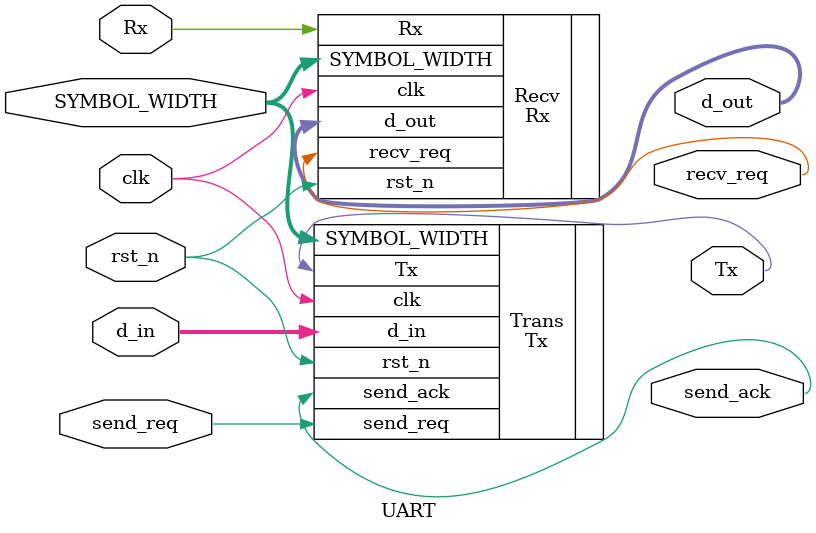
<source format=v>
module UART (
    input clk, rst_n,
    input [15:0] SYMBOL_WIDTH,       // = clk_freq/baud_rate
    input send_req,
    input Rx,
    input [7:0] d_in,
    output send_ack, recv_req,
    output Tx,
    output [7:0] d_out
);

    Rx Recv (
        .clk(clk),
        .rst_n(rst_n),
        .SYMBOL_WIDTH(SYMBOL_WIDTH),
        .Rx(Rx),
        .recv_req(recv_req),
        .d_out(d_out)
    );

    Tx Trans (
        .clk(clk),
        .rst_n(rst_n),
        .send_req(send_req),
        .SYMBOL_WIDTH(SYMBOL_WIDTH),
        .d_in(d_in),
        .send_ack(send_ack),
        .Tx(Tx)
    );

endmodule
</source>
